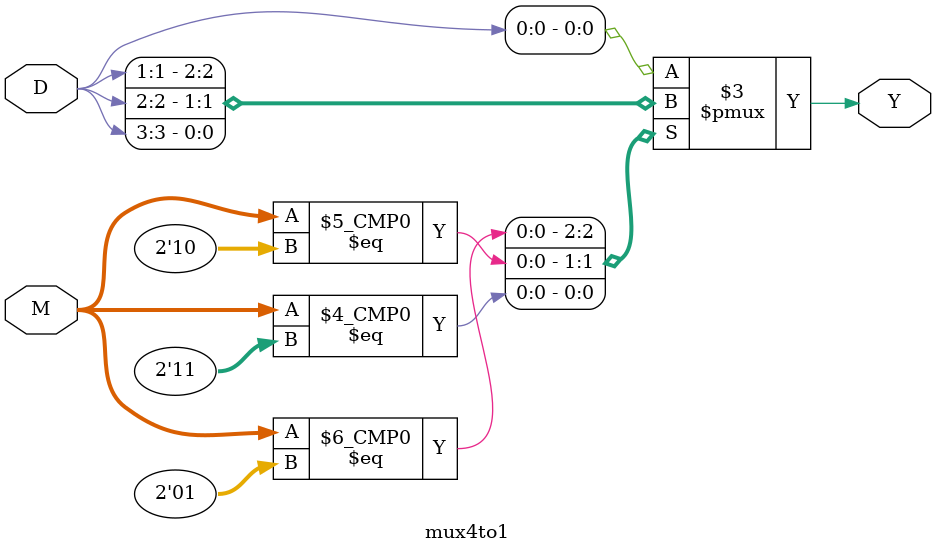
<source format=v>
`timescale 1ns / 1ps

module mux4to1(input [1:0] M, input [3:0] D, output reg Y);
	 
	 
	 always @(*)
	 case(M) // case statement to handle output decision
	 2'b01: Y <= D[1];
	 2'b10: Y <= D[2];
	 2'b11: Y <= D[3];
	 default: Y <= D[0];
	 endcase

endmodule

</source>
